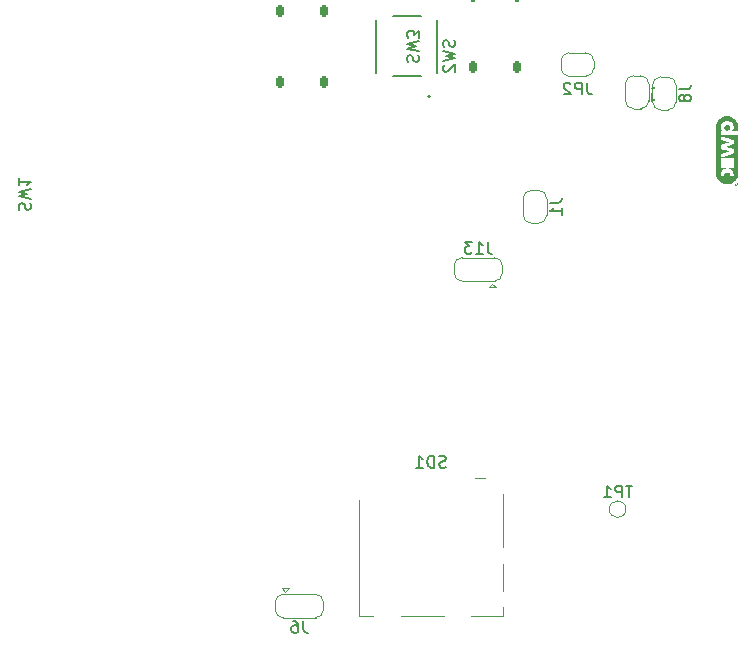
<source format=gbr>
%TF.GenerationSoftware,KiCad,Pcbnew,8.0.2*%
%TF.CreationDate,2024-11-27T18:37:01-06:00*%
%TF.ProjectId,Desktop_50_Pin_TopConn,4465736b-746f-4705-9f35-305f50696e5f,rev?*%
%TF.SameCoordinates,Original*%
%TF.FileFunction,Legend,Bot*%
%TF.FilePolarity,Positive*%
%FSLAX46Y46*%
G04 Gerber Fmt 4.6, Leading zero omitted, Abs format (unit mm)*
G04 Created by KiCad (PCBNEW 8.0.2) date 2024-11-27 18:37:01*
%MOMM*%
%LPD*%
G01*
G04 APERTURE LIST*
G04 Aperture macros list*
%AMRoundRect*
0 Rectangle with rounded corners*
0 $1 Rounding radius*
0 $2 $3 $4 $5 $6 $7 $8 $9 X,Y pos of 4 corners*
0 Add a 4 corners polygon primitive as box body*
4,1,4,$2,$3,$4,$5,$6,$7,$8,$9,$2,$3,0*
0 Add four circle primitives for the rounded corners*
1,1,$1+$1,$2,$3*
1,1,$1+$1,$4,$5*
1,1,$1+$1,$6,$7*
1,1,$1+$1,$8,$9*
0 Add four rect primitives between the rounded corners*
20,1,$1+$1,$2,$3,$4,$5,0*
20,1,$1+$1,$4,$5,$6,$7,0*
20,1,$1+$1,$6,$7,$8,$9,0*
20,1,$1+$1,$8,$9,$2,$3,0*%
%AMHorizOval*
0 Thick line with rounded ends*
0 $1 width*
0 $2 $3 position (X,Y) of the first rounded end (center of the circle)*
0 $4 $5 position (X,Y) of the second rounded end (center of the circle)*
0 Add line between two ends*
20,1,$1,$2,$3,$4,$5,0*
0 Add two circle primitives to create the rounded ends*
1,1,$1,$2,$3*
1,1,$1,$4,$5*%
%AMRotRect*
0 Rectangle, with rotation*
0 The origin of the aperture is its center*
0 $1 length*
0 $2 width*
0 $3 Rotation angle, in degrees counterclockwise*
0 Add horizontal line*
21,1,$1,$2,0,0,$3*%
%AMFreePoly0*
4,1,19,0.500000,-0.750000,0.000000,-0.750000,0.000000,-0.744911,-0.071157,-0.744911,-0.207708,-0.704816,-0.327430,-0.627875,-0.420627,-0.520320,-0.479746,-0.390866,-0.500000,-0.250000,-0.500000,0.250000,-0.479746,0.390866,-0.420627,0.520320,-0.327430,0.627875,-0.207708,0.704816,-0.071157,0.744911,0.000000,0.744911,0.000000,0.750000,0.500000,0.750000,0.500000,-0.750000,0.500000,-0.750000,
$1*%
%AMFreePoly1*
4,1,19,0.000000,0.744911,0.071157,0.744911,0.207708,0.704816,0.327430,0.627875,0.420627,0.520320,0.479746,0.390866,0.500000,0.250000,0.500000,-0.250000,0.479746,-0.390866,0.420627,-0.520320,0.327430,-0.627875,0.207708,-0.704816,0.071157,-0.744911,0.000000,-0.744911,0.000000,-0.750000,-0.500000,-0.750000,-0.500000,0.750000,0.000000,0.750000,0.000000,0.744911,0.000000,0.744911,
$1*%
%AMFreePoly2*
4,1,19,0.550000,-0.750000,0.000000,-0.750000,0.000000,-0.744911,-0.071157,-0.744911,-0.207708,-0.704816,-0.327430,-0.627875,-0.420627,-0.520320,-0.479746,-0.390866,-0.500000,-0.250000,-0.500000,0.250000,-0.479746,0.390866,-0.420627,0.520320,-0.327430,0.627875,-0.207708,0.704816,-0.071157,0.744911,0.000000,0.744911,0.000000,0.750000,0.550000,0.750000,0.550000,-0.750000,0.550000,-0.750000,
$1*%
%AMFreePoly3*
4,1,19,0.000000,0.744911,0.071157,0.744911,0.207708,0.704816,0.327430,0.627875,0.420627,0.520320,0.479746,0.390866,0.500000,0.250000,0.500000,-0.250000,0.479746,-0.390866,0.420627,-0.520320,0.327430,-0.627875,0.207708,-0.704816,0.071157,-0.744911,0.000000,-0.744911,0.000000,-0.750000,-0.550000,-0.750000,-0.550000,0.750000,0.000000,0.750000,0.000000,0.744911,0.000000,0.744911,
$1*%
G04 Aperture macros list end*
%ADD10C,0.150000*%
%ADD11C,0.127000*%
%ADD12C,0.200000*%
%ADD13C,0.120000*%
%ADD14C,0.000000*%
%ADD15R,0.750000X1.000000*%
%ADD16R,0.850000X1.100000*%
%ADD17R,0.750000X1.100000*%
%ADD18R,1.200000X1.000000*%
%ADD19R,1.550000X1.350000*%
%ADD20R,1.900000X1.350000*%
%ADD21R,1.170000X1.800000*%
%ADD22RoundRect,0.187500X0.187500X-0.312500X0.187500X0.312500X-0.187500X0.312500X-0.187500X-0.312500X0*%
%ADD23C,1.000000*%
%ADD24FreePoly0,180.000000*%
%ADD25FreePoly1,180.000000*%
%ADD26C,3.200000*%
%ADD27RoundRect,0.187500X-0.187500X0.312500X-0.187500X-0.312500X0.187500X-0.312500X0.187500X0.312500X0*%
%ADD28FreePoly0,90.000000*%
%ADD29FreePoly1,90.000000*%
%ADD30FreePoly2,180.000000*%
%ADD31R,1.000000X1.500000*%
%ADD32FreePoly3,180.000000*%
%ADD33RotRect,1.700000X1.700000X135.000000*%
%ADD34HorizOval,1.700000X0.000000X0.000000X0.000000X0.000000X0*%
%ADD35C,0.650000*%
%ADD36O,2.100000X1.000000*%
%ADD37O,1.600000X1.000000*%
%ADD38C,1.700000*%
%ADD39C,1.524000*%
%ADD40FreePoly2,0.000000*%
%ADD41FreePoly3,0.000000*%
%ADD42RotRect,1.700000X1.700000X45.000000*%
%ADD43HorizOval,1.700000X0.000000X0.000000X0.000000X0.000000X0*%
%ADD44C,4.000000*%
%ADD45R,1.600000X1.600000*%
%ADD46C,1.600000*%
G04 APERTURE END LIST*
D10*
X17977200Y22447081D02*
X18024819Y22304224D01*
X18024819Y22304224D02*
X18024819Y22066129D01*
X18024819Y22066129D02*
X17977200Y21970891D01*
X17977200Y21970891D02*
X17929580Y21923272D01*
X17929580Y21923272D02*
X17834342Y21875653D01*
X17834342Y21875653D02*
X17739104Y21875653D01*
X17739104Y21875653D02*
X17643866Y21923272D01*
X17643866Y21923272D02*
X17596247Y21970891D01*
X17596247Y21970891D02*
X17548628Y22066129D01*
X17548628Y22066129D02*
X17501009Y22256605D01*
X17501009Y22256605D02*
X17453390Y22351843D01*
X17453390Y22351843D02*
X17405771Y22399462D01*
X17405771Y22399462D02*
X17310533Y22447081D01*
X17310533Y22447081D02*
X17215295Y22447081D01*
X17215295Y22447081D02*
X17120057Y22399462D01*
X17120057Y22399462D02*
X17072438Y22351843D01*
X17072438Y22351843D02*
X17024819Y22256605D01*
X17024819Y22256605D02*
X17024819Y22018510D01*
X17024819Y22018510D02*
X17072438Y21875653D01*
X17024819Y21542319D02*
X18024819Y21304224D01*
X18024819Y21304224D02*
X17310533Y21113748D01*
X17310533Y21113748D02*
X18024819Y20923272D01*
X18024819Y20923272D02*
X17024819Y20685176D01*
X17120057Y20351843D02*
X17072438Y20304224D01*
X17072438Y20304224D02*
X17024819Y20208986D01*
X17024819Y20208986D02*
X17024819Y19970891D01*
X17024819Y19970891D02*
X17072438Y19875653D01*
X17072438Y19875653D02*
X17120057Y19828034D01*
X17120057Y19828034D02*
X17215295Y19780415D01*
X17215295Y19780415D02*
X17310533Y19780415D01*
X17310533Y19780415D02*
X17453390Y19828034D01*
X17453390Y19828034D02*
X18024819Y20399462D01*
X18024819Y20399462D02*
X18024819Y19780415D01*
X17261904Y-13677200D02*
X17119047Y-13724819D01*
X17119047Y-13724819D02*
X16880952Y-13724819D01*
X16880952Y-13724819D02*
X16785714Y-13677200D01*
X16785714Y-13677200D02*
X16738095Y-13629580D01*
X16738095Y-13629580D02*
X16690476Y-13534342D01*
X16690476Y-13534342D02*
X16690476Y-13439104D01*
X16690476Y-13439104D02*
X16738095Y-13343866D01*
X16738095Y-13343866D02*
X16785714Y-13296247D01*
X16785714Y-13296247D02*
X16880952Y-13248628D01*
X16880952Y-13248628D02*
X17071428Y-13201009D01*
X17071428Y-13201009D02*
X17166666Y-13153390D01*
X17166666Y-13153390D02*
X17214285Y-13105771D01*
X17214285Y-13105771D02*
X17261904Y-13010533D01*
X17261904Y-13010533D02*
X17261904Y-12915295D01*
X17261904Y-12915295D02*
X17214285Y-12820057D01*
X17214285Y-12820057D02*
X17166666Y-12772438D01*
X17166666Y-12772438D02*
X17071428Y-12724819D01*
X17071428Y-12724819D02*
X16833333Y-12724819D01*
X16833333Y-12724819D02*
X16690476Y-12772438D01*
X16261904Y-13724819D02*
X16261904Y-12724819D01*
X16261904Y-12724819D02*
X16023809Y-12724819D01*
X16023809Y-12724819D02*
X15880952Y-12772438D01*
X15880952Y-12772438D02*
X15785714Y-12867676D01*
X15785714Y-12867676D02*
X15738095Y-12962914D01*
X15738095Y-12962914D02*
X15690476Y-13153390D01*
X15690476Y-13153390D02*
X15690476Y-13296247D01*
X15690476Y-13296247D02*
X15738095Y-13486723D01*
X15738095Y-13486723D02*
X15785714Y-13581961D01*
X15785714Y-13581961D02*
X15880952Y-13677200D01*
X15880952Y-13677200D02*
X16023809Y-13724819D01*
X16023809Y-13724819D02*
X16261904Y-13724819D01*
X14738095Y-13724819D02*
X15309523Y-13724819D01*
X15023809Y-13724819D02*
X15023809Y-12724819D01*
X15023809Y-12724819D02*
X15119047Y-12867676D01*
X15119047Y-12867676D02*
X15214285Y-12962914D01*
X15214285Y-12962914D02*
X15309523Y-13010533D01*
X14027800Y20605416D02*
X13980180Y20748273D01*
X13980180Y20748273D02*
X13980180Y20986368D01*
X13980180Y20986368D02*
X14027800Y21081606D01*
X14027800Y21081606D02*
X14075419Y21129225D01*
X14075419Y21129225D02*
X14170657Y21176844D01*
X14170657Y21176844D02*
X14265895Y21176844D01*
X14265895Y21176844D02*
X14361133Y21129225D01*
X14361133Y21129225D02*
X14408752Y21081606D01*
X14408752Y21081606D02*
X14456371Y20986368D01*
X14456371Y20986368D02*
X14503990Y20795892D01*
X14503990Y20795892D02*
X14551609Y20700654D01*
X14551609Y20700654D02*
X14599228Y20653035D01*
X14599228Y20653035D02*
X14694466Y20605416D01*
X14694466Y20605416D02*
X14789704Y20605416D01*
X14789704Y20605416D02*
X14884942Y20653035D01*
X14884942Y20653035D02*
X14932561Y20700654D01*
X14932561Y20700654D02*
X14980180Y20795892D01*
X14980180Y20795892D02*
X14980180Y21033987D01*
X14980180Y21033987D02*
X14932561Y21176844D01*
X14980180Y21510178D02*
X13980180Y21748273D01*
X13980180Y21748273D02*
X14694466Y21938749D01*
X14694466Y21938749D02*
X13980180Y22129225D01*
X13980180Y22129225D02*
X14980180Y22367320D01*
X14980180Y22653035D02*
X14980180Y23272082D01*
X14980180Y23272082D02*
X14599228Y22938749D01*
X14599228Y22938749D02*
X14599228Y23081606D01*
X14599228Y23081606D02*
X14551609Y23176844D01*
X14551609Y23176844D02*
X14503990Y23224463D01*
X14503990Y23224463D02*
X14408752Y23272082D01*
X14408752Y23272082D02*
X14170657Y23272082D01*
X14170657Y23272082D02*
X14075419Y23224463D01*
X14075419Y23224463D02*
X14027800Y23176844D01*
X14027800Y23176844D02*
X13980180Y23081606D01*
X13980180Y23081606D02*
X13980180Y22795892D01*
X13980180Y22795892D02*
X14027800Y22700654D01*
X14027800Y22700654D02*
X14075419Y22653035D01*
X33061904Y-15256819D02*
X32490476Y-15256819D01*
X32776190Y-16256819D02*
X32776190Y-15256819D01*
X32157142Y-16256819D02*
X32157142Y-15256819D01*
X32157142Y-15256819D02*
X31776190Y-15256819D01*
X31776190Y-15256819D02*
X31680952Y-15304438D01*
X31680952Y-15304438D02*
X31633333Y-15352057D01*
X31633333Y-15352057D02*
X31585714Y-15447295D01*
X31585714Y-15447295D02*
X31585714Y-15590152D01*
X31585714Y-15590152D02*
X31633333Y-15685390D01*
X31633333Y-15685390D02*
X31680952Y-15733009D01*
X31680952Y-15733009D02*
X31776190Y-15780628D01*
X31776190Y-15780628D02*
X32157142Y-15780628D01*
X30633333Y-16256819D02*
X31204761Y-16256819D01*
X30919047Y-16256819D02*
X30919047Y-15256819D01*
X30919047Y-15256819D02*
X31014285Y-15399676D01*
X31014285Y-15399676D02*
X31109523Y-15494914D01*
X31109523Y-15494914D02*
X31204761Y-15542533D01*
X29233333Y18862381D02*
X29233333Y18148096D01*
X29233333Y18148096D02*
X29280952Y18005239D01*
X29280952Y18005239D02*
X29376190Y17910000D01*
X29376190Y17910000D02*
X29519047Y17862381D01*
X29519047Y17862381D02*
X29614285Y17862381D01*
X28757142Y17862381D02*
X28757142Y18862381D01*
X28757142Y18862381D02*
X28376190Y18862381D01*
X28376190Y18862381D02*
X28280952Y18814762D01*
X28280952Y18814762D02*
X28233333Y18767143D01*
X28233333Y18767143D02*
X28185714Y18671905D01*
X28185714Y18671905D02*
X28185714Y18529048D01*
X28185714Y18529048D02*
X28233333Y18433810D01*
X28233333Y18433810D02*
X28280952Y18386191D01*
X28280952Y18386191D02*
X28376190Y18338572D01*
X28376190Y18338572D02*
X28757142Y18338572D01*
X27804761Y18767143D02*
X27757142Y18814762D01*
X27757142Y18814762D02*
X27661904Y18862381D01*
X27661904Y18862381D02*
X27423809Y18862381D01*
X27423809Y18862381D02*
X27328571Y18814762D01*
X27328571Y18814762D02*
X27280952Y18767143D01*
X27280952Y18767143D02*
X27233333Y18671905D01*
X27233333Y18671905D02*
X27233333Y18576667D01*
X27233333Y18576667D02*
X27280952Y18433810D01*
X27280952Y18433810D02*
X27852380Y17862381D01*
X27852380Y17862381D02*
X27233333Y17862381D01*
X-18842009Y8081468D02*
X-18889629Y8224325D01*
X-18889629Y8224325D02*
X-18889629Y8462420D01*
X-18889629Y8462420D02*
X-18842009Y8557658D01*
X-18842009Y8557658D02*
X-18794390Y8605277D01*
X-18794390Y8605277D02*
X-18699152Y8652896D01*
X-18699152Y8652896D02*
X-18603914Y8652896D01*
X-18603914Y8652896D02*
X-18508676Y8605277D01*
X-18508676Y8605277D02*
X-18461057Y8557658D01*
X-18461057Y8557658D02*
X-18413438Y8462420D01*
X-18413438Y8462420D02*
X-18365819Y8271944D01*
X-18365819Y8271944D02*
X-18318200Y8176706D01*
X-18318200Y8176706D02*
X-18270581Y8129087D01*
X-18270581Y8129087D02*
X-18175343Y8081468D01*
X-18175343Y8081468D02*
X-18080105Y8081468D01*
X-18080105Y8081468D02*
X-17984867Y8129087D01*
X-17984867Y8129087D02*
X-17937248Y8176706D01*
X-17937248Y8176706D02*
X-17889629Y8271944D01*
X-17889629Y8271944D02*
X-17889629Y8510039D01*
X-17889629Y8510039D02*
X-17937248Y8652896D01*
X-17889629Y8986230D02*
X-18889629Y9224325D01*
X-18889629Y9224325D02*
X-18175343Y9414801D01*
X-18175343Y9414801D02*
X-18889629Y9605277D01*
X-18889629Y9605277D02*
X-17889629Y9843372D01*
X-18889629Y10748134D02*
X-18889629Y10176706D01*
X-18889629Y10462420D02*
X-17889629Y10462420D01*
X-17889629Y10462420D02*
X-18032486Y10367182D01*
X-18032486Y10367182D02*
X-18127724Y10271944D01*
X-18127724Y10271944D02*
X-18175343Y10176706D01*
X26054819Y8683334D02*
X26769104Y8683334D01*
X26769104Y8683334D02*
X26911961Y8730953D01*
X26911961Y8730953D02*
X27007200Y8826191D01*
X27007200Y8826191D02*
X27054819Y8969048D01*
X27054819Y8969048D02*
X27054819Y9064286D01*
X27054819Y7683334D02*
X27054819Y8254762D01*
X27054819Y7969048D02*
X26054819Y7969048D01*
X26054819Y7969048D02*
X26197676Y8064286D01*
X26197676Y8064286D02*
X26292914Y8159524D01*
X26292914Y8159524D02*
X26340533Y8254762D01*
X20809523Y5395181D02*
X20809523Y4680896D01*
X20809523Y4680896D02*
X20857142Y4538039D01*
X20857142Y4538039D02*
X20952380Y4442800D01*
X20952380Y4442800D02*
X21095237Y4395181D01*
X21095237Y4395181D02*
X21190475Y4395181D01*
X19809523Y4395181D02*
X20380951Y4395181D01*
X20095237Y4395181D02*
X20095237Y5395181D01*
X20095237Y5395181D02*
X20190475Y5252324D01*
X20190475Y5252324D02*
X20285713Y5157086D01*
X20285713Y5157086D02*
X20380951Y5109467D01*
X19476189Y5395181D02*
X18857142Y5395181D01*
X18857142Y5395181D02*
X19190475Y5014229D01*
X19190475Y5014229D02*
X19047618Y5014229D01*
X19047618Y5014229D02*
X18952380Y4966610D01*
X18952380Y4966610D02*
X18904761Y4918991D01*
X18904761Y4918991D02*
X18857142Y4823753D01*
X18857142Y4823753D02*
X18857142Y4585658D01*
X18857142Y4585658D02*
X18904761Y4490420D01*
X18904761Y4490420D02*
X18952380Y4442800D01*
X18952380Y4442800D02*
X19047618Y4395181D01*
X19047618Y4395181D02*
X19333332Y4395181D01*
X19333332Y4395181D02*
X19428570Y4442800D01*
X19428570Y4442800D02*
X19476189Y4490420D01*
X37004819Y18283334D02*
X37719104Y18283334D01*
X37719104Y18283334D02*
X37861961Y18330953D01*
X37861961Y18330953D02*
X37957200Y18426191D01*
X37957200Y18426191D02*
X38004819Y18569048D01*
X38004819Y18569048D02*
X38004819Y18664286D01*
X37433390Y17664286D02*
X37385771Y17759524D01*
X37385771Y17759524D02*
X37338152Y17807143D01*
X37338152Y17807143D02*
X37242914Y17854762D01*
X37242914Y17854762D02*
X37195295Y17854762D01*
X37195295Y17854762D02*
X37100057Y17807143D01*
X37100057Y17807143D02*
X37052438Y17759524D01*
X37052438Y17759524D02*
X37004819Y17664286D01*
X37004819Y17664286D02*
X37004819Y17473810D01*
X37004819Y17473810D02*
X37052438Y17378572D01*
X37052438Y17378572D02*
X37100057Y17330953D01*
X37100057Y17330953D02*
X37195295Y17283334D01*
X37195295Y17283334D02*
X37242914Y17283334D01*
X37242914Y17283334D02*
X37338152Y17330953D01*
X37338152Y17330953D02*
X37385771Y17378572D01*
X37385771Y17378572D02*
X37433390Y17473810D01*
X37433390Y17473810D02*
X37433390Y17664286D01*
X37433390Y17664286D02*
X37481009Y17759524D01*
X37481009Y17759524D02*
X37528628Y17807143D01*
X37528628Y17807143D02*
X37623866Y17854762D01*
X37623866Y17854762D02*
X37814342Y17854762D01*
X37814342Y17854762D02*
X37909580Y17807143D01*
X37909580Y17807143D02*
X37957200Y17759524D01*
X37957200Y17759524D02*
X38004819Y17664286D01*
X38004819Y17664286D02*
X38004819Y17473810D01*
X38004819Y17473810D02*
X37957200Y17378572D01*
X37957200Y17378572D02*
X37909580Y17330953D01*
X37909580Y17330953D02*
X37814342Y17283334D01*
X37814342Y17283334D02*
X37623866Y17283334D01*
X37623866Y17283334D02*
X37528628Y17330953D01*
X37528628Y17330953D02*
X37481009Y17378572D01*
X37481009Y17378572D02*
X37433390Y17473810D01*
X34704819Y18383334D02*
X35419104Y18383334D01*
X35419104Y18383334D02*
X35561961Y18430953D01*
X35561961Y18430953D02*
X35657200Y18526191D01*
X35657200Y18526191D02*
X35704819Y18669048D01*
X35704819Y18669048D02*
X35704819Y18764286D01*
X34704819Y18002381D02*
X34704819Y17335715D01*
X34704819Y17335715D02*
X35704819Y17764286D01*
X5183333Y-26704819D02*
X5183333Y-27419104D01*
X5183333Y-27419104D02*
X5230952Y-27561961D01*
X5230952Y-27561961D02*
X5326190Y-27657200D01*
X5326190Y-27657200D02*
X5469047Y-27704819D01*
X5469047Y-27704819D02*
X5564285Y-27704819D01*
X4278571Y-26704819D02*
X4469047Y-26704819D01*
X4469047Y-26704819D02*
X4564285Y-26752438D01*
X4564285Y-26752438D02*
X4611904Y-26800057D01*
X4611904Y-26800057D02*
X4707142Y-26942914D01*
X4707142Y-26942914D02*
X4754761Y-27133390D01*
X4754761Y-27133390D02*
X4754761Y-27514342D01*
X4754761Y-27514342D02*
X4707142Y-27609580D01*
X4707142Y-27609580D02*
X4659523Y-27657200D01*
X4659523Y-27657200D02*
X4564285Y-27704819D01*
X4564285Y-27704819D02*
X4373809Y-27704819D01*
X4373809Y-27704819D02*
X4278571Y-27657200D01*
X4278571Y-27657200D02*
X4230952Y-27609580D01*
X4230952Y-27609580D02*
X4183333Y-27514342D01*
X4183333Y-27514342D02*
X4183333Y-27276247D01*
X4183333Y-27276247D02*
X4230952Y-27181009D01*
X4230952Y-27181009D02*
X4278571Y-27133390D01*
X4278571Y-27133390D02*
X4373809Y-27085771D01*
X4373809Y-27085771D02*
X4564285Y-27085771D01*
X4564285Y-27085771D02*
X4659523Y-27133390D01*
X4659523Y-27133390D02*
X4707142Y-27181009D01*
X4707142Y-27181009D02*
X4754761Y-27276247D01*
D11*
%TO.C,SW2*%
X12755000Y19388748D02*
X15115000Y19388748D01*
X16485000Y19688748D02*
X16485000Y24188748D01*
X11385000Y19688748D02*
X11385000Y24188748D01*
X15115000Y24488748D02*
X12755000Y24488748D01*
D12*
X15910000Y17688748D02*
G75*
G02*
X15710000Y17688748I-100000J0D01*
G01*
X15710000Y17688748D02*
G75*
G02*
X15910000Y17688748I100000J0D01*
G01*
D13*
%TO.C,SD1*%
X22070000Y-20450000D02*
X22070000Y-16000000D01*
X22070000Y-24150000D02*
X22070000Y-21850000D01*
X22070000Y-26270000D02*
X22070000Y-25550000D01*
X19390000Y-26270000D02*
X22070000Y-26270000D01*
X19730000Y-14630000D02*
X20590000Y-14630000D01*
X13420000Y-26270000D02*
X17090000Y-26270000D01*
X9890000Y-26270000D02*
X11120000Y-26270000D01*
X9890000Y-16450000D02*
X9890000Y-26270000D01*
%TO.C,TP1*%
X32500000Y-17250000D02*
G75*
G02*
X31100000Y-17250000I-700000J0D01*
G01*
X31100000Y-17250000D02*
G75*
G02*
X32500000Y-17250000I700000J0D01*
G01*
%TO.C,JP2*%
X29800000Y20700000D02*
X29800000Y20100000D01*
X27700000Y21400000D02*
X29100000Y21400000D01*
X29100000Y19400000D02*
X27700000Y19400000D01*
X27000000Y20100000D02*
X27000000Y20700000D01*
X29100000Y21400000D02*
G75*
G02*
X29800000Y20700000I1J-699999D01*
G01*
X29800000Y20100000D02*
G75*
G02*
X29100000Y19400000I-699999J-1D01*
G01*
X27000000Y20700000D02*
G75*
G02*
X27700000Y21400000I700000J0D01*
G01*
X27700000Y19400000D02*
G75*
G02*
X27000000Y20100000I0J700000D01*
G01*
D14*
%TO.C,G\u002A\u002A\u002A*%
G36*
X41144106Y15260234D02*
G01*
X41166033Y15256024D01*
X41189591Y15248876D01*
X41193751Y15247440D01*
X41248490Y15222386D01*
X41291892Y15189455D01*
X41324547Y15148083D01*
X41347043Y15097703D01*
X41353677Y15067657D01*
X41355147Y15016770D01*
X41352462Y14992399D01*
X41337623Y14940187D01*
X41310818Y14895234D01*
X41272031Y14857522D01*
X41221250Y14827029D01*
X41203287Y14818724D01*
X41185679Y14811781D01*
X41168727Y14807458D01*
X41148764Y14805138D01*
X41122128Y14804199D01*
X41085155Y14804024D01*
X41063139Y14804081D01*
X41031793Y14804688D01*
X41008933Y14806407D01*
X40990996Y14809777D01*
X40974417Y14815336D01*
X40955635Y14823624D01*
X40926142Y14839853D01*
X40886066Y14870929D01*
X40854040Y14907258D01*
X40833031Y14945879D01*
X40824838Y14975377D01*
X40819560Y15021781D01*
X40821330Y15069057D01*
X40830259Y15110785D01*
X40843871Y15139701D01*
X40871632Y15176602D01*
X40907915Y15209637D01*
X40949679Y15235629D01*
X40967941Y15244218D01*
X40987964Y15251754D01*
X41008692Y15256454D01*
X41034557Y15259255D01*
X41069992Y15261097D01*
X41086949Y15261700D01*
X41119262Y15261971D01*
X41144106Y15260234D01*
G37*
G36*
X41821120Y10368826D02*
G01*
X41905214Y10368826D01*
X41902999Y10349573D01*
X41900799Y10338512D01*
X41893893Y10332445D01*
X41878030Y10332598D01*
X41863171Y10333097D01*
X41856525Y10327928D01*
X41855276Y10313231D01*
X41856215Y10302076D01*
X41863064Y10290055D01*
X41879780Y10279902D01*
X41893416Y10272317D01*
X41902209Y10261511D01*
X41904284Y10244597D01*
X41904264Y10239801D01*
X41903161Y10228710D01*
X41898460Y10225769D01*
X41887547Y10230952D01*
X41867807Y10244232D01*
X41866272Y10245293D01*
X41853453Y10253014D01*
X41845026Y10252352D01*
X41834552Y10243085D01*
X41828488Y10238318D01*
X41806436Y10230249D01*
X41780647Y10229155D01*
X41757537Y10235657D01*
X41752515Y10239167D01*
X41739950Y10258184D01*
X41732019Y10288330D01*
X41730989Y10303078D01*
X41767763Y10303078D01*
X41768753Y10290323D01*
X41775888Y10271858D01*
X41788407Y10263868D01*
X41804518Y10268059D01*
X41814019Y10281171D01*
X41818945Y10305227D01*
X41821120Y10334716D01*
X41794441Y10332518D01*
X41787624Y10331913D01*
X41773910Y10328904D01*
X41768629Y10320772D01*
X41767763Y10303078D01*
X41730989Y10303078D01*
X41729257Y10327864D01*
X41729257Y10368826D01*
X41821120Y10368826D01*
G37*
G36*
X41837474Y10477086D02*
G01*
X41841754Y10476717D01*
X41863886Y10474808D01*
X41885715Y10468606D01*
X41909565Y10456914D01*
X41935334Y10440150D01*
X41969095Y10405956D01*
X41991680Y10363551D01*
X41998205Y10340833D01*
X42001363Y10294764D01*
X41992232Y10249556D01*
X41971779Y10207563D01*
X41940974Y10171138D01*
X41900784Y10142635D01*
X41892085Y10138602D01*
X41857790Y10129695D01*
X41818404Y10127121D01*
X41779602Y10130932D01*
X41747060Y10141184D01*
X41721369Y10156342D01*
X41687031Y10187795D01*
X41662973Y10225301D01*
X41649257Y10266708D01*
X41646768Y10299138D01*
X41688263Y10299138D01*
X41695238Y10260364D01*
X41713989Y10223703D01*
X41744733Y10191453D01*
X41749408Y10187927D01*
X41783861Y10171145D01*
X41821462Y10165960D01*
X41859401Y10171612D01*
X41894866Y10187344D01*
X41925047Y10212398D01*
X41947133Y10246017D01*
X41953303Y10262325D01*
X41959036Y10303272D01*
X41952027Y10343763D01*
X41932938Y10381325D01*
X41902426Y10413488D01*
X41878776Y10427583D01*
X41841754Y10437700D01*
X41802961Y10437415D01*
X41767213Y10426271D01*
X41735785Y10405173D01*
X41708756Y10373840D01*
X41692842Y10337730D01*
X41688263Y10299138D01*
X41646768Y10299138D01*
X41645945Y10309864D01*
X41653099Y10352615D01*
X41670782Y10392809D01*
X41699054Y10428292D01*
X41737978Y10456914D01*
X41748434Y10462477D01*
X41770656Y10471727D01*
X41793567Y10476129D01*
X41823772Y10477248D01*
X41837474Y10477086D01*
G37*
G36*
X41184728Y16016336D02*
G01*
X41295188Y15996451D01*
X41358326Y15978621D01*
X41460664Y15938623D01*
X41556864Y15887054D01*
X41646085Y15824891D01*
X41727484Y15753109D01*
X41800217Y15672684D01*
X41863442Y15584592D01*
X41916316Y15489810D01*
X41957996Y15389314D01*
X41987639Y15284080D01*
X42004403Y15175083D01*
X42004912Y15166505D01*
X42005681Y15143597D01*
X42006429Y15110560D01*
X42007114Y15069707D01*
X42007693Y15023350D01*
X42008124Y14973801D01*
X42009301Y14800524D01*
X41483914Y14800524D01*
X41521575Y14838185D01*
X41543342Y14861913D01*
X41584528Y14921636D01*
X41614644Y14989554D01*
X41617313Y14998361D01*
X41624422Y15036291D01*
X41628226Y15082563D01*
X41628773Y15133105D01*
X41626111Y15183840D01*
X41620288Y15230696D01*
X41611352Y15269598D01*
X41592776Y15321534D01*
X41568038Y15371321D01*
X41536385Y15416610D01*
X41494819Y15462359D01*
X41452625Y15500577D01*
X41394536Y15540775D01*
X41329590Y15572209D01*
X41254749Y15596580D01*
X41238752Y15600701D01*
X41211730Y15606749D01*
X41185974Y15610774D01*
X41157670Y15613168D01*
X41123001Y15614318D01*
X41078154Y15614615D01*
X41054484Y15614549D01*
X41015037Y15613872D01*
X40983914Y15612145D01*
X40957316Y15608984D01*
X40931446Y15604004D01*
X40902504Y15596820D01*
X40853376Y15581682D01*
X40776039Y15547704D01*
X40708622Y15504229D01*
X40651524Y15451729D01*
X40605145Y15390678D01*
X40569884Y15321548D01*
X40546141Y15244812D01*
X40534316Y15160945D01*
X40533243Y15119424D01*
X40540823Y15042353D01*
X40561040Y14970742D01*
X40593724Y14905104D01*
X40638705Y14845952D01*
X40680332Y14800524D01*
X40546070Y14800524D01*
X40546070Y14446968D01*
X40549571Y14446968D01*
X42005800Y14446968D01*
X42007824Y12808710D01*
X42007870Y12770451D01*
X42008080Y12575130D01*
X42008225Y12393452D01*
X42008306Y12225116D01*
X42008320Y12069821D01*
X42008267Y11927264D01*
X42008145Y11797145D01*
X42007955Y11679162D01*
X42007694Y11573013D01*
X42007362Y11478397D01*
X42006958Y11395011D01*
X42006480Y11322554D01*
X42005928Y11260726D01*
X42005301Y11209223D01*
X42004597Y11167745D01*
X42003816Y11135990D01*
X42002957Y11113656D01*
X42002017Y11100441D01*
X41987332Y11006566D01*
X41958364Y10897384D01*
X41917182Y10794908D01*
X41863568Y10698692D01*
X41797304Y10608295D01*
X41718172Y10523270D01*
X41691859Y10498765D01*
X41602245Y10426943D01*
X41507474Y10368136D01*
X41407583Y10322359D01*
X41302610Y10289627D01*
X41192592Y10269954D01*
X41077566Y10263358D01*
X41052065Y10263504D01*
X40992460Y10265595D01*
X40939551Y10270640D01*
X40888162Y10279246D01*
X40833115Y10292020D01*
X40822305Y10294879D01*
X40721556Y10329253D01*
X40624104Y10376198D01*
X40531704Y10434481D01*
X40446113Y10502867D01*
X40369086Y10580122D01*
X40302380Y10665012D01*
X40291426Y10681418D01*
X40253754Y10745804D01*
X40218676Y10817444D01*
X40188601Y10891104D01*
X40165937Y10961548D01*
X40145402Y11037431D01*
X40533427Y11037431D01*
X40535569Y10988424D01*
X40824559Y10984644D01*
X40824559Y11035936D01*
X40825783Y11062260D01*
X40837014Y11114248D01*
X40860027Y11158678D01*
X40894881Y11195643D01*
X40941633Y11225236D01*
X40963399Y11234796D01*
X41019253Y11250678D01*
X41077845Y11256774D01*
X41136373Y11253379D01*
X41192036Y11240789D01*
X41242033Y11219298D01*
X41283561Y11189203D01*
X41305010Y11166158D01*
X41325393Y11133187D01*
X41337536Y11094530D01*
X41342963Y11046529D01*
X41345922Y10984639D01*
X41486831Y10986531D01*
X41627741Y10988424D01*
X41628977Y11054934D01*
X41628999Y11078789D01*
X41621538Y11166779D01*
X41602504Y11249925D01*
X41572392Y11326891D01*
X41531692Y11396340D01*
X41480899Y11456933D01*
X41437942Y11495894D01*
X41374946Y11539688D01*
X41306665Y11572170D01*
X41231865Y11593774D01*
X41149314Y11604935D01*
X41057778Y11606088D01*
X41007762Y11603140D01*
X40951429Y11596084D01*
X40901202Y11584413D01*
X40852766Y11567061D01*
X40801802Y11542966D01*
X40765734Y11521003D01*
X40720788Y11486262D01*
X40677275Y11445623D01*
X40639063Y11402750D01*
X40610024Y11361311D01*
X40590787Y11324310D01*
X40564951Y11257199D01*
X40546099Y11184143D01*
X40535251Y11109450D01*
X40533427Y11037431D01*
X40145402Y11037431D01*
X40143507Y11044432D01*
X40142541Y12028087D01*
X40546070Y12028087D01*
X40546070Y11678032D01*
X41057778Y11678032D01*
X41617239Y11678032D01*
X41617239Y12028087D01*
X40546070Y12028087D01*
X40142541Y12028087D01*
X40142129Y12448153D01*
X40546070Y12448153D01*
X40546070Y12098098D01*
X41617239Y12098098D01*
X41617239Y12448153D01*
X40546070Y12448153D01*
X40142129Y12448153D01*
X40141479Y13109758D01*
X40141289Y13307352D01*
X40141118Y13496869D01*
X40141032Y13602719D01*
X40545823Y13602719D01*
X40547697Y13433961D01*
X40549571Y13265202D01*
X40833115Y13182315D01*
X40853606Y13176325D01*
X40917313Y13157703D01*
X40979117Y13139636D01*
X41037096Y13122688D01*
X41089327Y13107420D01*
X41133888Y13094395D01*
X41168854Y13084174D01*
X41192303Y13077320D01*
X41219628Y13068886D01*
X41243297Y13060602D01*
X41258339Y13054143D01*
X41262315Y13050444D01*
X41260595Y13049678D01*
X41247556Y13045271D01*
X41222884Y13037493D01*
X41187846Y13026724D01*
X41143703Y13013348D01*
X41091721Y12997745D01*
X41033163Y12980297D01*
X40969294Y12961387D01*
X40901376Y12941397D01*
X40546070Y12837117D01*
X40546070Y12666626D01*
X40546172Y12615479D01*
X40546558Y12572927D01*
X40547314Y12541543D01*
X40548523Y12519862D01*
X40550268Y12506421D01*
X40552634Y12499754D01*
X40555704Y12498398D01*
X40557174Y12498862D01*
X40569744Y12503269D01*
X40594077Y12511994D01*
X40629165Y12524668D01*
X40674002Y12540925D01*
X40727578Y12560400D01*
X40788885Y12582724D01*
X40856917Y12607533D01*
X40930664Y12634458D01*
X41009119Y12663133D01*
X41091273Y12693192D01*
X41617208Y12885722D01*
X41617130Y13060750D01*
X41617051Y13235777D01*
X41288068Y13336918D01*
X41277707Y13340107D01*
X41213564Y13359988D01*
X41154051Y13378672D01*
X41100421Y13395751D01*
X41053927Y13410815D01*
X41015820Y13423453D01*
X40987356Y13433257D01*
X40969785Y13439818D01*
X40964361Y13442725D01*
X40964466Y13442800D01*
X40972881Y13446010D01*
X40993272Y13452894D01*
X41024324Y13463030D01*
X41064720Y13475999D01*
X41113146Y13491381D01*
X41168285Y13508755D01*
X41228821Y13527701D01*
X41293438Y13547799D01*
X41617239Y13648208D01*
X41617239Y13821952D01*
X41617233Y13856573D01*
X41617133Y13902478D01*
X41616794Y13937106D01*
X41616068Y13962143D01*
X41614808Y13979276D01*
X41612867Y13990191D01*
X41610098Y13996575D01*
X41606353Y14000114D01*
X41601486Y14002495D01*
X41600297Y14002974D01*
X41587923Y14007642D01*
X41563707Y14016610D01*
X41528681Y14029501D01*
X41483879Y14045935D01*
X41430335Y14065536D01*
X41369083Y14087924D01*
X41301154Y14112723D01*
X41227584Y14139553D01*
X41149406Y14168037D01*
X41067652Y14197796D01*
X40549571Y14386300D01*
X40547698Y14210591D01*
X40547657Y14206728D01*
X40547331Y14145555D01*
X40547714Y14096997D01*
X40548797Y14061395D01*
X40550568Y14039093D01*
X40553019Y14030435D01*
X40554711Y14029751D01*
X40567767Y14025472D01*
X40592465Y14017795D01*
X40627530Y14007106D01*
X40671690Y13993786D01*
X40723670Y13978219D01*
X40782196Y13960789D01*
X40845994Y13941879D01*
X40913792Y13921872D01*
X40943894Y13912985D01*
X41009437Y13893471D01*
X41070048Y13875203D01*
X41124511Y13858561D01*
X41171609Y13843925D01*
X41210125Y13831675D01*
X41238845Y13822191D01*
X41256550Y13815854D01*
X41262026Y13813042D01*
X41261998Y13813020D01*
X41254104Y13810107D01*
X41234111Y13803745D01*
X41203349Y13794330D01*
X41163152Y13782261D01*
X41114850Y13767933D01*
X41059774Y13751745D01*
X40999258Y13734094D01*
X40934631Y13715377D01*
X40872292Y13697380D01*
X40809400Y13679215D01*
X40751035Y13662349D01*
X40698687Y13647214D01*
X40653842Y13634238D01*
X40617987Y13623852D01*
X40592612Y13616486D01*
X40579202Y13612572D01*
X40545823Y13602719D01*
X40141032Y13602719D01*
X40140974Y13673335D01*
X40140857Y13837230D01*
X40140771Y13989037D01*
X40140718Y14129236D01*
X40140700Y14258309D01*
X40140718Y14376737D01*
X40140776Y14485003D01*
X40140874Y14583587D01*
X40141016Y14672970D01*
X40141203Y14753636D01*
X40141438Y14826063D01*
X40141722Y14890735D01*
X40142058Y14948133D01*
X40142448Y14998738D01*
X40142894Y15043032D01*
X40143398Y15081495D01*
X40143962Y15114610D01*
X40144589Y15142858D01*
X40145280Y15166721D01*
X40146037Y15186679D01*
X40146864Y15203215D01*
X40147761Y15216809D01*
X40148731Y15227944D01*
X40149777Y15237100D01*
X40150899Y15244760D01*
X40162723Y15303812D01*
X40194417Y15409405D01*
X40238605Y15511583D01*
X40294317Y15607897D01*
X40301591Y15618566D01*
X40336016Y15663391D01*
X40378026Y15711394D01*
X40424289Y15759095D01*
X40471469Y15803011D01*
X40516234Y15839661D01*
X40551891Y15865063D01*
X40647000Y15921118D01*
X40748069Y15965201D01*
X40853736Y15997038D01*
X40962642Y16016355D01*
X41073426Y16022879D01*
X41184728Y16016336D01*
G37*
D13*
%TO.C,J1*%
X23800000Y7650000D02*
X23800000Y9050000D01*
X24500000Y9750000D02*
X25100000Y9750000D01*
X25100000Y6950000D02*
X24500000Y6950000D01*
X25800000Y9050000D02*
X25800000Y7650000D01*
X23800000Y9050000D02*
G75*
G02*
X24500000Y9750000I700000J0D01*
G01*
X24500000Y6950000D02*
G75*
G02*
X23800000Y7650000I-1J699999D01*
G01*
X25100000Y9750000D02*
G75*
G02*
X25800000Y9050000I0J-700000D01*
G01*
X25800000Y7650000D02*
G75*
G02*
X25100000Y6950000I-699999J-1D01*
G01*
%TO.C,J13*%
X22050000Y3350000D02*
X22050000Y2750000D01*
X20900000Y1550000D02*
X21500000Y1550000D01*
X18600000Y4050000D02*
X21400000Y4050000D01*
X21500000Y1550000D02*
X21200000Y1850000D01*
X20900000Y1550000D02*
X21200000Y1850000D01*
X21400000Y2050000D02*
X18600000Y2050000D01*
X17950000Y2750000D02*
X17950000Y3350000D01*
X21350000Y4050000D02*
G75*
G02*
X22050000Y3350000I1J-699999D01*
G01*
X22050000Y2750000D02*
G75*
G02*
X21350000Y2050000I-699999J-1D01*
G01*
X17950000Y3350000D02*
G75*
G02*
X18650000Y4050000I700000J0D01*
G01*
X18650000Y2050000D02*
G75*
G02*
X17950000Y2750000I0J700000D01*
G01*
%TO.C,J8*%
X34750000Y17250000D02*
X34750000Y18650000D01*
X35450000Y19350000D02*
X36050000Y19350000D01*
X36050000Y16550000D02*
X35450000Y16550000D01*
X36750000Y18650000D02*
X36750000Y17250000D01*
X34750000Y18650000D02*
G75*
G02*
X35450000Y19350000I700000J0D01*
G01*
X35450000Y16550000D02*
G75*
G02*
X34750000Y17250000I-1J699999D01*
G01*
X36050000Y19350000D02*
G75*
G02*
X36750000Y18650000I0J-700000D01*
G01*
X36750000Y17250000D02*
G75*
G02*
X36050000Y16550000I-699999J-1D01*
G01*
%TO.C,J7*%
X33750000Y16650000D02*
X33150000Y16650000D01*
X32450000Y17350000D02*
X32450000Y18750000D01*
X34450000Y18750000D02*
X34450000Y17350000D01*
X33150000Y19450000D02*
X33750000Y19450000D01*
X33150000Y16650000D02*
G75*
G02*
X32450000Y17350000I-1J699999D01*
G01*
X34450000Y17350000D02*
G75*
G02*
X33750000Y16650000I-699999J-1D01*
G01*
X32450000Y18750000D02*
G75*
G02*
X33150000Y19450000I700000J0D01*
G01*
X33750000Y19450000D02*
G75*
G02*
X34450000Y18750000I0J-700000D01*
G01*
%TO.C,J6*%
X2800000Y-25750000D02*
X2800000Y-25150000D01*
X3350000Y-23950000D02*
X3650000Y-24250000D01*
X3450000Y-24450000D02*
X6250000Y-24450000D01*
X3950000Y-23950000D02*
X3350000Y-23950000D01*
X3950000Y-23950000D02*
X3650000Y-24250000D01*
X6250000Y-26450000D02*
X3450000Y-26450000D01*
X6900000Y-25150000D02*
X6900000Y-25750000D01*
X2800000Y-25150000D02*
G75*
G02*
X3500000Y-24450000I699999J1D01*
G01*
X3500000Y-26450000D02*
G75*
G02*
X2800000Y-25750000I-1J699999D01*
G01*
X6200000Y-24450000D02*
G75*
G02*
X6900000Y-25150000I0J-700000D01*
G01*
X6900000Y-25750000D02*
G75*
G02*
X6200000Y-26450000I-700000J0D01*
G01*
%TD*%
%LPC*%
D15*
%TO.C,SW2*%
X15810000Y18938748D03*
X15810000Y24938748D03*
X12060000Y18938748D03*
X12060000Y24938748D03*
%TD*%
D16*
%TO.C,SD1*%
X19105000Y-15000000D03*
X18005000Y-15000000D03*
X16905000Y-15000000D03*
X15805000Y-15000000D03*
X14705000Y-15000000D03*
X13605000Y-15000000D03*
X12505000Y-15000000D03*
D17*
X11455000Y-15000000D03*
D18*
X21740000Y-21150000D03*
X21740000Y-24850000D03*
D19*
X21565000Y-15125000D03*
D20*
X18240000Y-25825000D03*
X12270000Y-25825000D03*
D21*
X10245000Y-15350000D03*
%TD*%
D22*
%TO.C,SW3*%
X3185000Y18938748D03*
X3185000Y24938748D03*
X6935000Y18938748D03*
X6935000Y24938748D03*
%TD*%
D23*
%TO.C,TP1*%
X31800000Y-17250000D03*
%TD*%
D24*
%TO.C,JP2*%
X29050000Y20400000D03*
D25*
X27750000Y20400000D03*
%TD*%
D26*
%TO.C,H3*%
X31050000Y-23455009D03*
%TD*%
%TO.C,H1*%
X30850000Y23694991D03*
%TD*%
D27*
%TO.C,SW1*%
X19554900Y26200800D03*
X19554900Y20200800D03*
X23304900Y26200800D03*
X23304900Y20200800D03*
%TD*%
D26*
%TO.C,H2*%
X44350000Y30544991D03*
%TD*%
D28*
%TO.C,J1*%
X24800000Y7700000D03*
D29*
X24800000Y9000000D03*
%TD*%
D30*
%TO.C,J13*%
X21300000Y3050000D03*
D31*
X20000000Y3050000D03*
D32*
X18700000Y3050000D03*
%TD*%
D33*
%TO.C,J14*%
X35403949Y-21446051D03*
D34*
X37200000Y-19650000D03*
X38996051Y-17853949D03*
%TD*%
D35*
%TO.C,J12*%
X38250000Y10000D03*
X38250000Y5790000D03*
D36*
X37720000Y-1420000D03*
D37*
X41900000Y-1420000D03*
D36*
X37720000Y7220000D03*
D37*
X41900000Y7220000D03*
%TD*%
D38*
%TO.C,J10*%
X39553500Y-5005400D03*
X39553500Y-7505400D03*
D39*
X39553500Y-10005400D03*
X39553500Y-12505400D03*
%TD*%
D28*
%TO.C,J8*%
X35750000Y17300000D03*
D29*
X35750000Y18600000D03*
%TD*%
D28*
%TO.C,J7*%
X33450000Y17400000D03*
D29*
X33450000Y18700000D03*
%TD*%
D40*
%TO.C,J6*%
X3550000Y-25450000D03*
D31*
X4850000Y-25450000D03*
D41*
X6150000Y-25450000D03*
%TD*%
D42*
%TO.C,J5*%
X35453949Y21596051D03*
D43*
X37250000Y19800000D03*
X39046051Y18003949D03*
%TD*%
D44*
%TO.C,J3*%
X-3600000Y23549991D03*
X-3600000Y-23550009D03*
D45*
X-3300000Y16619991D03*
D46*
X-3300000Y13849991D03*
X-3300000Y11079991D03*
X-3300000Y8309991D03*
X-3300000Y5539991D03*
X-3300000Y2769991D03*
X-3300000Y-9D03*
X-3300000Y-2770009D03*
X-3300000Y-5540009D03*
X-3300000Y-8310009D03*
X-3300000Y-11080009D03*
X-3300000Y-13850009D03*
X-3300000Y-16620009D03*
X-6140000Y15234991D03*
X-6140000Y12464991D03*
X-6140000Y9694991D03*
X-6140000Y6924991D03*
X-6140000Y4154991D03*
X-6140000Y1384991D03*
X-6140000Y-1385009D03*
X-6140000Y-4155009D03*
X-6140000Y-6925009D03*
X-6140000Y-9695009D03*
X-6140000Y-12465009D03*
X-6140000Y-15235009D03*
%TD*%
%LPD*%
M02*

</source>
